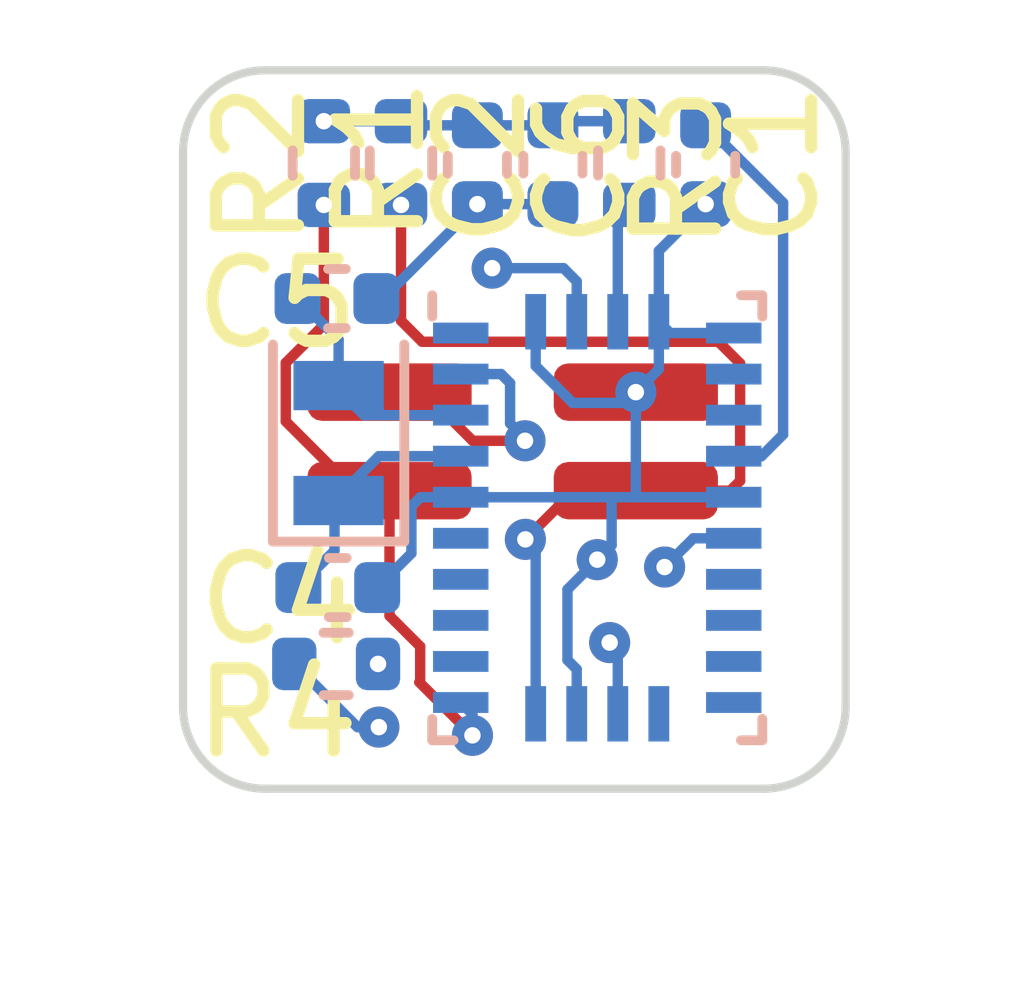
<source format=kicad_pcb>
(kicad_pcb (version 20221018) (generator pcbnew)
  (layers (0 "F.Cu" mixed) (1 "In1.Cu" power) (2 "In2.Cu" jumper) (31 "B.Cu" power) (34 "B.Paste" user) (35 "F.Paste" user) (36 "B.SilkS" user "B.Silkscreen") (37 "F.SilkS" user "F.Silkscreen") (38 "B.Mask" user) (39 "F.Mask" user) (44 "Edge.Cuts" user))
  (net 0 "")
  (net 12 "GND")
  (net 13 "Net-(U1-CAP)")
  (net 14 "+3V3")
  (net 15 "INT")
  (net 16 "SCL")
  (net 17 "SDA")
  (net 18 "Net-(U1-BOOTN)")
  (net 19 "Net-(U1-NRST)")
  (net 20 "Net-(U1-CLKSEL1{slash}XOUT32)")
  (net 21 "Net-(U1-XIN32)")
  (footprint "Library:WireToBoard2x2Wide" (layer "F.Cu") (at 98.26 109.54)
    (fp_text reference "J1" hide)
    (fp_text value "Conn_01x04_Pin")
    (pad "1" smd roundrect (at -1.5 -0.6) (size 2 0.7) (layers "F.Cu" "F.Paste" "F.Mask") (net 14 "+3V3"))
    (pad "2" smd roundrect (at -1.5 0.6) (size 2 0.7) (layers "F.Cu" "F.Paste" "F.Mask") (net 17 "SDA"))
    (pad "3" smd roundrect (at 1.5 0.6) (size 2 0.7) (layers "F.Cu" "F.Paste" "F.Mask") (net 16 "SCL"))
    (pad "4" smd roundrect (at 1.5 -0.6) (size 2 0.7) (layers "F.Cu" "F.Paste" "F.Mask") (net 12 "GND"))
  )
  (footprint "Resistor_SMD:R_0402_1005Metric" (layer "B.Cu") (at 99.68 106.15 90)
    (fp_text reference "R3" (at -0.06 0.59 -270) (layer "F.SilkS"))
    (fp_text value "10k")
    (fp_line (start -0.153641 -0.38) (end 0.153641 -0.38) (stroke (width 0.12)) (layer "B.SilkS"))
    (fp_line (start -0.153641 0.38) (end 0.153641 0.38) (stroke (width 0.12)) (layer "B.SilkS"))
    (pad "1" smd roundrect (at -0.51 0 90) (size 0.54 0.64) (layers "B.Cu" "B.Paste" "B.Mask") (net 18 "Net-(U1-BOOTN)"))
    (pad "2" smd roundrect (at 0.51 0 90) (size 0.54 0.64) (layers "B.Cu" "B.Paste" "B.Mask") (net 14 "+3V3"))
  )
  (footprint "Capacitor_SMD:C_0402_1005Metric" (layer "B.Cu") (at 97.83 106.17 90)
    (fp_text reference "C2" (at 0 0.04 -270) (layer "F.SilkS"))
    (fp_text value "100n")
    (fp_line (start -0.107836 -0.36) (end 0.107836 -0.36) (stroke (width 0.12)) (layer "B.SilkS"))
    (fp_line (start -0.107836 0.36) (end 0.107836 0.36) (stroke (width 0.12)) (layer "B.SilkS"))
    (pad "1" smd roundrect (at -0.48 0 90) (size 0.56 0.62) (layers "B.Cu" "B.Paste" "B.Mask") (net 12 "GND"))
    (pad "2" smd roundrect (at 0.48 0 90) (size 0.56 0.62) (layers "B.Cu" "B.Paste" "B.Mask") (net 14 "+3V3"))
  )
  (footprint "Resistor_SMD:R_0402_1005Metric" (layer "B.Cu") (at 95.96 106.15 -90)
    (fp_text reference "R2" (at 0.02 0.77 -270) (layer "F.SilkS"))
    (fp_text value "2k2")
    (fp_line (start -0.153641 -0.38) (end 0.153641 -0.38) (stroke (width 0.12)) (layer "B.SilkS"))
    (fp_line (start -0.153641 0.38) (end 0.153641 0.38) (stroke (width 0.12)) (layer "B.SilkS"))
    (pad "1" smd roundrect (at -0.51 0 270) (size 0.54 0.64) (layers "B.Cu" "B.Paste" "B.Mask") (net 14 "+3V3"))
    (pad "2" smd roundrect (at 0.51 0 270) (size 0.54 0.64) (layers "B.Cu" "B.Paste" "B.Mask") (net 17 "SDA"))
  )
  (footprint "Package_LGA:LGA-28_5.2x3.8mm_P0.5mm" (layer "B.Cu") (at 99.29 110.47 -90)
    (fp_text reference "U1" hide)
    (fp_text value "~")
    (fp_line (start -2.71 -2.01) (end -2.71 -1.75) (stroke (width 0.12)) (layer "B.SilkS"))
    (fp_line (start -2.71 -2.01) (end -2.45 -2.01) (stroke (width 0.12)) (layer "B.SilkS"))
    (fp_line (start -2.71 2.01) (end -2.45 2.01) (stroke (width 0.12)) (layer "B.SilkS"))
    (fp_line (start 2.71 -2.01) (end 2.45 -2.01) (stroke (width 0.12)) (layer "B.SilkS"))
    (fp_line (start 2.71 -2.01) (end 2.71 -1.75) (stroke (width 0.12)) (layer "B.SilkS"))
    (fp_line (start 2.71 2.01) (end 2.45 2.01) (stroke (width 0.12)) (layer "B.SilkS"))
    (fp_line (start 2.71 2.01) (end 2.71 1.75) (stroke (width 0.12)) (layer "B.SilkS"))
    (pad "1" smd rect (at -2.25 1.6625 270) (size 0.254 0.675) (layers "B.Cu" "B.Paste" "B.Mask"))
    (pad "2" smd rect (at -2.3875 0.75 180) (size 0.254 0.675) (layers "B.Cu" "B.Paste" "B.Mask") (net 12 "GND"))
    (pad "3" smd rect (at -2.3875 0.25 180) (size 0.254 0.675) (layers "B.Cu" "B.Paste" "B.Mask") (net 14 "+3V3"))
    (pad "4" smd rect (at -2.3875 -0.25 180) (size 0.254 0.675) (layers "B.Cu" "B.Paste" "B.Mask") (net 18 "Net-(U1-BOOTN)"))
    (pad "5" smd rect (at -2.3875 -0.75 180) (size 0.254 0.675) (layers "B.Cu" "B.Paste" "B.Mask") (net 12 "GND"))
    (pad "6" smd rect (at -2.25 -1.6625 270) (size 0.254 0.675) (layers "B.Cu" "B.Paste" "B.Mask") (net 12 "GND"))
    (pad "7" smd rect (at -1.75 -1.6625 270) (size 0.254 0.675) (layers "B.Cu" "B.Paste" "B.Mask"))
    (pad "8" smd rect (at -1.25 -1.6625 270) (size 0.254 0.675) (layers "B.Cu" "B.Paste" "B.Mask"))
    (pad "9" smd rect (at -0.75 -1.6625 270) (size 0.254 0.675) (layers "B.Cu" "B.Paste" "B.Mask") (net 13 "Net-(U1-CAP)"))
    (pad "10" smd rect (at -0.25 -1.6625 270) (size 0.254 0.675) (layers "B.Cu" "B.Paste" "B.Mask") (net 12 "GND"))
    (pad "11" smd rect (at 0.25 -1.6625 270) (size 0.254 0.675) (layers "B.Cu" "B.Paste" "B.Mask") (net 19 "Net-(U1-NRST)"))
    (pad "12" smd rect (at 0.75 -1.6625 270) (size 0.254 0.675) (layers "B.Cu" "B.Paste" "B.Mask"))
    (pad "13" smd rect (at 1.25 -1.6625 270) (size 0.254 0.675) (layers "B.Cu" "B.Paste" "B.Mask"))
    (pad "14" smd rect (at 1.75 -1.6625 270) (size 0.254 0.675) (layers "B.Cu" "B.Paste" "B.Mask") (net 15 "INT"))
    (pad "15" smd rect (at 2.25 -1.6625 270) (size 0.254 0.675) (layers "B.Cu" "B.Paste" "B.Mask"))
    (pad "16" smd rect (at 2.3875 -0.75 180) (size 0.254 0.675) (layers "B.Cu" "B.Paste" "B.Mask"))
    (pad "17" smd rect (at 2.3875 -0.25 180) (size 0.254 0.675) (layers "B.Cu" "B.Paste" "B.Mask") (net 14 "+3V3"))
    (pad "18" smd rect (at 2.3875 0.25 180) (size 0.254 0.675) (layers "B.Cu" "B.Paste" "B.Mask") (net 12 "GND"))
    (pad "19" smd rect (at 2.3875 0.75 180) (size 0.254 0.675) (layers "B.Cu" "B.Paste" "B.Mask") (net 16 "SCL"))
    (pad "20" smd rect (at 2.25 1.6625 270) (size 0.254 0.675) (layers "B.Cu" "B.Paste" "B.Mask") (net 17 "SDA"))
    (pad "21" smd rect (at 1.75 1.6625 270) (size 0.254 0.675) (layers "B.Cu" "B.Paste" "B.Mask"))
    (pad "22" smd rect (at 1.25 1.6625 270) (size 0.254 0.675) (layers "B.Cu" "B.Paste" "B.Mask"))
    (pad "23" smd rect (at 0.75 1.6625 270) (size 0.254 0.675) (layers "B.Cu" "B.Paste" "B.Mask"))
    (pad "24" smd rect (at 0.25 1.6625 270) (size 0.254 0.675) (layers "B.Cu" "B.Paste" "B.Mask"))
    (pad "25" smd rect (at -0.25 1.6625 270) (size 0.254 0.675) (layers "B.Cu" "B.Paste" "B.Mask") (net 12 "GND"))
    (pad "26" smd rect (at -0.75 1.6625 270) (size 0.254 0.675) (layers "B.Cu" "B.Paste" "B.Mask") (net 20 "Net-(U1-CLKSEL1{slash}XOUT32)"))
    (pad "27" smd rect (at -1.25 1.6625 270) (size 0.254 0.675) (layers "B.Cu" "B.Paste" "B.Mask") (net 21 "Net-(U1-XIN32)"))
    (pad "28" smd rect (at -1.75 1.6625 270) (size 0.254 0.675) (layers "B.Cu" "B.Paste" "B.Mask") (net 14 "+3V3"))
  )
  (footprint "Capacitor_SMD:C_0402_1005Metric" (layer "B.Cu") (at 96.13 111.32)
    (fp_text reference "C4" (at -0.7 0.15) (layer "F.SilkS"))
    (fp_text value "22p")
    (fp_line (start -0.107836 -0.36) (end 0.107836 -0.36) (stroke (width 0.12)) (layer "B.SilkS"))
    (fp_line (start -0.107836 0.36) (end 0.107836 0.36) (stroke (width 0.12)) (layer "B.SilkS"))
    (pad "1" smd roundrect (at -0.48 0) (size 0.56 0.62) (layers "B.Cu" "B.Paste" "B.Mask") (net 20 "Net-(U1-CLKSEL1{slash}XOUT32)"))
    (pad "2" smd roundrect (at 0.48 0) (size 0.56 0.62) (layers "B.Cu" "B.Paste" "B.Mask") (net 12 "GND"))
  )
  (footprint "Capacitor_SMD:C_0402_1005Metric" (layer "B.Cu") (at 98.75 106.17 -90)
    (fp_text reference "C6" (at 0.01 -0.34 -270) (layer "F.SilkS"))
    (fp_text value "100n")
    (fp_line (start -0.107836 -0.36) (end 0.107836 -0.36) (stroke (width 0.12)) (layer "B.SilkS"))
    (fp_line (start -0.107836 0.36) (end 0.107836 0.36) (stroke (width 0.12)) (layer "B.SilkS"))
    (pad "1" smd roundrect (at -0.48 0 270) (size 0.56 0.62) (layers "B.Cu" "B.Paste" "B.Mask") (net 14 "+3V3"))
    (pad "2" smd roundrect (at 0.48 0 270) (size 0.56 0.62) (layers "B.Cu" "B.Paste" "B.Mask") (net 12 "GND"))
  )
  (footprint "Resistor_SMD:R_0402_1005Metric" (layer "B.Cu") (at 96.11 112.25 180)
    (fp_text reference "R4" (at 0.72 -0.6 180) (layer "F.SilkS"))
    (fp_text value "10k")
    (fp_line (start -0.153641 -0.38) (end 0.153641 -0.38) (stroke (width 0.12)) (layer "B.SilkS"))
    (fp_line (start -0.153641 0.38) (end 0.153641 0.38) (stroke (width 0.12)) (layer "B.SilkS"))
    (pad "1" smd roundrect (at -0.51 0 180) (size 0.54 0.64) (layers "B.Cu" "B.Paste" "B.Mask") (net 14 "+3V3"))
    (pad "2" smd roundrect (at 0.51 0 180) (size 0.54 0.64) (layers "B.Cu" "B.Paste" "B.Mask") (net 19 "Net-(U1-NRST)"))
  )
  (footprint "Resistor_SMD:R_0402_1005Metric" (layer "B.Cu") (at 96.9 106.15 -90)
    (fp_text reference "R1" (at -0.03 0.26 -270) (layer "F.SilkS"))
    (fp_text value "2k2")
    (fp_line (start -0.153641 -0.38) (end 0.153641 -0.38) (stroke (width 0.12)) (layer "B.SilkS"))
    (fp_line (start -0.153641 0.38) (end 0.153641 0.38) (stroke (width 0.12)) (layer "B.SilkS"))
    (pad "1" smd roundrect (at -0.51 0 270) (size 0.54 0.64) (layers "B.Cu" "B.Paste" "B.Mask") (net 14 "+3V3"))
    (pad "2" smd roundrect (at 0.51 0 270) (size 0.54 0.64) (layers "B.Cu" "B.Paste" "B.Mask") (net 16 "SCL"))
  )
  (footprint "Crystal:Crystal_SMD_2012-2Pin_2.0x1.2mm" (layer "B.Cu") (at 96.14 109.56 90)
    (fp_text reference "Y1" hide)
    (fp_text value "32.768kHz")
    (fp_line (start -1.2 -0.8) (end 1.2 -0.8) (stroke (width 0.12)) (layer "B.SilkS"))
    (fp_line (start -1.2 0.8) (end -1.2 -0.8) (stroke (width 0.12)) (layer "B.SilkS"))
    (fp_line (start 1.2 0.8) (end -1.2 0.8) (stroke (width 0.12)) (layer "B.SilkS"))
    (pad "1" smd rect (at -0.7 0 90) (size 0.6 1.1) (layers "B.Cu" "B.Paste" "B.Mask") (net 20 "Net-(U1-CLKSEL1{slash}XOUT32)"))
    (pad "2" smd rect (at 0.7 0 90) (size 0.6 1.1) (layers "B.Cu" "B.Paste" "B.Mask") (net 21 "Net-(U1-XIN32)"))
  )
  (footprint "Capacitor_SMD:C_0402_1005Metric" (layer "B.Cu") (at 96.12 107.8)
    (fp_text reference "C5" (at -0.73 0.06 -360) (layer "F.SilkS"))
    (fp_text value "22p")
    (fp_line (start -0.107836 -0.36) (end 0.107836 -0.36) (stroke (width 0.12)) (layer "B.SilkS"))
    (fp_line (start -0.107836 0.36) (end 0.107836 0.36) (stroke (width 0.12)) (layer "B.SilkS"))
    (pad "1" smd roundrect (at -0.48 0) (size 0.56 0.62) (layers "B.Cu" "B.Paste" "B.Mask") (net 21 "Net-(U1-XIN32)"))
    (pad "2" smd roundrect (at 0.48 0) (size 0.56 0.62) (layers "B.Cu" "B.Paste" "B.Mask") (net 12 "GND"))
  )
  (footprint "Capacitor_SMD:C_0402_1005Metric" (layer "B.Cu") (at 100.61 106.17 90)
    (fp_text reference "C1" (at 0 0.83 -270) (layer "F.SilkS"))
    (fp_text value "100n")
    (fp_line (start -0.107836 -0.36) (end 0.107836 -0.36) (stroke (width 0.12)) (layer "B.SilkS"))
    (fp_line (start -0.107836 0.36) (end 0.107836 0.36) (stroke (width 0.12)) (layer "B.SilkS"))
    (pad "1" smd roundrect (at -0.48 0 90) (size 0.56 0.62) (layers "B.Cu" "B.Paste" "B.Mask") (net 12 "GND"))
    (pad "2" smd roundrect (at 0.48 0 90) (size 0.56 0.62) (layers "B.Cu" "B.Paste" "B.Mask") (net 13 "Net-(U1-CAP)"))
  )
  (gr_arc (start 101.315 105.02) (mid 102.022106 105.312893) (end 102.315 106.02) (stroke (width 0.1)) (layer "Edge.Cuts"))
  (gr_arc (start 94.245 106.02) (mid 94.537893 105.312894) (end 95.245 105.02) (stroke (width 0.1)) (layer "Edge.Cuts"))
  (gr_line (start 95.245 105.02) (end 101.315 105.02) (stroke (width 0.1)) (layer "Edge.Cuts"))
  (gr_arc (start 102.315 112.77) (mid 102.022107 113.477106) (end 101.315 113.77) (stroke (width 0.1)) (layer "Edge.Cuts"))
  (gr_line (start 102.315 106.02) (end 102.315 112.77) (stroke (width 0.1)) (layer "Edge.Cuts"))
  (gr_line (start 94.245 112.77) (end 94.245 106.02) (stroke (width 0.1)) (layer "Edge.Cuts"))
  (gr_line (start 95.245 113.77) (end 101.315 113.77) (stroke (width 0.1)) (layer "Edge.Cuts"))
  (gr_arc (start 95.245 113.77) (mid 94.537894 113.477107) (end 94.245 112.77) (stroke (width 0.1)) (layer "Edge.Cuts"))
  (via (at 100.61 106.65) (size 0.5) (drill 0.2) (layers "F.Cu" "B.Cu") (net 12))
  (via (at 97.83 106.65) (size 0.5) (drill 0.2) (layers "F.Cu" "B.Cu") (net 12))
  (via (at 99.29 110.98) (size 0.5) (drill 0.2) (layers "F.Cu" "B.Cu") (net 12))
  (via (at 99.76 108.94) (size 0.5) (drill 0.2) (layers "F.Cu" "B.Cu") (net 12))
  (segment (start 97.6275 110.22) (end 99.465 110.22) (width 0.127) (layer "B.Cu") (net 12))
  (segment (start 99.465 110.22) (end 99.75 110.22) (width 0.127) (layer "B.Cu") (net 12))
  (segment (start 98.927474 112.202715) (end 99.04 112.315241) (width 0.127) (layer "B.Cu") (net 12))
  (segment (start 97.136 110.22) (end 97.0265 110.3295) (width 0.127) (layer "B.Cu") (net 12))
  (segment (start 97.6275 110.22) (end 97.136 110.22) (width 0.127) (layer "B.Cu") (net 12))
  (segment (start 96.68 107.8) (end 97.83 106.65) (width 0.127) (layer "B.Cu") (net 12))
  (segment (start 99.04 112.315241) (end 99.04 112.8575) (width 0.127) (layer "B.Cu") (net 12))
  (segment (start 100.04 108.0825) (end 100.04 107.22) (width 0.127) (layer "B.Cu") (net 12))
  (segment (start 99.465 110.805) (end 99.465 110.22) (width 0.127) (layer "B.Cu") (net 12))
  (segment (start 99.29 110.98) (end 99.465 110.805) (width 0.127) (layer "B.Cu") (net 12))
  (segment (start 99.629 109.071) (end 98.991 109.071) (width 0.127) (layer "B.Cu") (net 12))
  (segment (start 100.9525 108.22) (end 100.1775 108.22) (width 0.127) (layer "B.Cu") (net 12))
  (segment (start 100.04 107.22) (end 100.61 106.65) (width 0.127) (layer "B.Cu") (net 12))
  (segment (start 99.76 110.21) (end 99.75 110.22) (width 0.127) (layer "B.Cu") (net 12))
  (segment (start 98.927474 111.342526) (end 98.927474 112.202715) (width 0.127) (layer "B.Cu") (net 12))
  (segment (start 98.54 108.62) (end 98.54 108.0825) (width 0.127) (layer "B.Cu") (net 12))
  (segment (start 100.1775 108.22) (end 100.04 108.0825) (width 0.127) (layer "B.Cu") (net 12))
  (segment (start 99.76 108.94) (end 99.76 110.21) (width 0.127) (layer "B.Cu") (net 12))
  (segment (start 97.83 106.65) (end 98.713 106.65) (width 0.127) (layer "B.Cu") (net 12))
  (segment (start 99.76 108.94) (end 99.629 109.071) (width 0.127) (layer "B.Cu") (net 12))
  (segment (start 97.0265 110.9035) (end 96.61 111.32) (width 0.127) (layer "B.Cu") (net 12))
  (segment (start 98.991 109.071) (end 98.54 108.62) (width 0.127) (layer "B.Cu") (net 12))
  (segment (start 99.76 108.94) (end 100.04 108.66) (width 0.127) (layer "B.Cu") (net 12))
  (segment (start 100.04 108.66) (end 100.04 108.0825) (width 0.127) (layer "B.Cu") (net 12))
  (segment (start 99.75 110.22) (end 100.9525 110.22) (width 0.127) (layer "B.Cu") (net 12))
  (segment (start 99.29 110.98) (end 98.927474 111.342526) (width 0.127) (layer "B.Cu") (net 12))
  (segment (start 96.6 107.8) (end 96.68 107.8) (width 0.127) (layer "B.Cu") (net 12))
  (segment (start 97.0265 110.3295) (end 97.0265 110.9035) (width 0.127) (layer "B.Cu") (net 12))
  (segment (start 100.9525 109.72) (end 101.29 109.72) (width 0.127) (layer "B.Cu") (net 13))
  (segment (start 101.29 109.72) (end 101.5535 109.4565) (width 0.127) (layer "B.Cu") (net 13))
  (segment (start 101.5535 106.6335) (end 100.61 105.69) (width 0.127) (layer "B.Cu") (net 13))
  (segment (start 101.5535 109.4565) (end 101.5535 106.6335) (width 0.127) (layer "B.Cu") (net 13))
  (segment (start 97.772336 109.532203) (end 97.180133 108.94) (width 0.127) (layer "F.Cu") (net 14))
  (segment (start 97.180133 108.94) (end 96.76 108.94) (width 0.127) (layer "F.Cu") (net 14))
  (segment (start 98.410371 109.532203) (end 97.772336 109.532203) (width 0.127) (layer "F.Cu") (net 14))
  (via (at 99.440974 111.990016) (size 0.5) (drill 0.2) (layers "F.Cu" "B.Cu") (net 14))
  (via (at 95.96 105.64) (size 0.5) (drill 0.2) (layers "F.Cu" "B.Cu") (net 14))
  (via (at 98.01 107.43) (size 0.5) (drill 0.2) (layers "F.Cu" "B.Cu") (net 14))
  (via (at 98.410371 109.532203) (size 0.5) (drill 0.2) (layers "F.Cu" "B.Cu") (net 14))
  (via (at 96.62 112.25) (size 0.5) (drill 0.2) (layers "F.Cu" "B.Cu") (net 14))
  (segment (start 98.119 108.72) (end 97.6275 108.72) (width 0.127) (layer "B.Cu") (net 14))
  (segment (start 97.83 105.69) (end 98.75 105.69) (width 0.127) (layer "B.Cu") (net 14))
  (segment (start 98.8 105.64) (end 98.75 105.69) (width 0.127) (layer "B.Cu") (net 14))
  (segment (start 98.2285 108.8295) (end 98.119 108.72) (width 0.127) (layer "B.Cu") (net 14))
  (segment (start 99.54 112.8575) (end 99.54 112.089042) (width 0.127) (layer "B.Cu") (net 14))
  (segment (start 99.54 112.8575) (end 99.5535 112.844) (width 0.127) (layer "B.Cu") (net 14))
  (segment (start 98.410371 109.532203) (end 98.410371 109.502871) (width 0.127) (layer "B.Cu") (net 14))
  (segment (start 95.96 105.64) (end 96.9 105.64) (width 0.127) (layer "B.Cu") (net 14))
  (segment (start 98.01 107.43) (end 98.879 107.43) (width 0.127) (layer "B.Cu") (net 14))
  (segment (start 99.04 107.591) (end 99.04 108.0825) (width 0.127) (layer "B.Cu") (net 14))
  (segment (start 98.410371 109.502871) (end 98.2285 109.321) (width 0.127) (layer "B.Cu") (net 14))
  (segment (start 96.95 105.69) (end 96.9 105.64) (width 0.127) (layer "B.Cu") (net 14))
  (segment (start 98.879 107.43) (end 99.04 107.591) (width 0.127) (layer "B.Cu") (net 14))
  (segment (start 97.83 105.69) (end 96.95 105.69) (width 0.127) (layer "B.Cu") (net 14))
  (segment (start 99.54 112.089042) (end 99.440974 111.990016) (width 0.127) (layer "B.Cu") (net 14))
  (segment (start 99.68 105.64) (end 98.8 105.64) (width 0.127) (layer "B.Cu") (net 14))
  (segment (start 98.2285 109.321) (end 98.2285 108.8295) (width 0.127) (layer "B.Cu") (net 14))
  (segment (start 97.1565 108.3265) (end 100.766633 108.3265) (width 0.127) (layer "F.Cu") (net 16))
  (segment (start 101.03 110.02) (end 100.91 110.14) (width 0.127) (layer "F.Cu") (net 16))
  (segment (start 98.414502 110.733) (end 98.32 110.638498) (width 0.127) (layer "F.Cu") (net 16))
  (segment (start 100.766633 108.3265) (end 101.03 108.589867) (width 0.127) (layer "F.Cu") (net 16))
  (segment (start 96.9 108.07) (end 97.1565 108.3265) (width 0.127) (layer "F.Cu") (net 16))
  (segment (start 96.9 106.66) (end 96.9 108.07) (width 0.127) (layer "F.Cu") (net 16))
  (segment (start 99.76 110.14) (end 99.007502 110.14) (width 0.127) (layer "F.Cu") (net 16))
  (segment (start 101.03 108.589867) (end 101.03 110.02) (width 0.127) (layer "F.Cu") (net 16))
  (segment (start 100.91 110.14) (end 99.76 110.14) (width 0.127) (layer "F.Cu") (net 16))
  (segment (start 99.007502 110.14) (end 98.414502 110.733) (width 0.127) (layer "F.Cu") (net 16))
  (via (at 96.9 106.66) (size 0.5) (drill 0.2) (layers "F.Cu" "B.Cu") (net 16))
  (via (at 98.414502 110.733) (size 0.5) (drill 0.2) (layers "F.Cu" "B.Cu") (net 16))
  (segment (start 98.54 110.858498) (end 98.54 112.8575) (width 0.127) (layer "B.Cu") (net 16))
  (segment (start 98.414502 110.733) (end 98.54 110.858498) (width 0.127) (layer "B.Cu") (net 16))
  (segment (start 95.4965 109.296633) (end 95.4965 108.583367) (width 0.127) (layer "F.Cu") (net 17))
  (segment (start 95.4965 108.583367) (end 95.96 108.119867) (width 0.127) (layer "F.Cu") (net 17))
  (segment (start 95.96 108.119867) (end 95.96 106.66) (width 0.127) (layer "F.Cu") (net 17))
  (segment (start 96.76 110.14) (end 96.339867 110.14) (width 0.127) (layer "F.Cu") (net 17))
  (segment (start 97.123099 112.473099) (end 97.1335 112.462699) (width 0.127) (layer "F.Cu") (net 17))
  (segment (start 96.76 111.663801) (end 96.832699 111.7365) (width 0.127) (layer "F.Cu") (net 17))
  (segment (start 97.1335 112.037301) (end 96.832699 111.7365) (width 0.127) (layer "F.Cu") (net 17))
  (segment (start 97.77 113.12) (end 97.123099 112.473099) (width 0.127) (layer "F.Cu") (net 17))
  (segment (start 96.339867 110.14) (end 95.4965 109.296633) (width 0.127) (layer "F.Cu") (net 17))
  (segment (start 96.76 110.14) (end 96.76 111.663801) (width 0.127) (layer "F.Cu") (net 17))
  (segment (start 97.1335 112.462699) (end 97.1335 112.037301) (width 0.127) (layer "F.Cu") (net 17))
  (via (at 95.96 106.66) (size 0.5) (drill 0.2) (layers "F.Cu" "B.Cu") (net 17))
  (via (at 97.77 113.12) (size 0.5) (drill 0.2) (layers "F.Cu" "B.Cu") (net 17))
  (segment (start 97.77 112.8625) (end 97.6275 112.72) (width 0.127) (layer "B.Cu") (net 17))
  (segment (start 97.77 113.12) (end 97.77 112.8625) (width 0.127) (layer "B.Cu") (net 17))
  (segment (start 99.54 106.8) (end 99.68 106.66) (width 0.127) (layer "B.Cu") (net 18))
  (segment (start 99.54 108.0825) (end 99.54 106.8) (width 0.127) (layer "B.Cu") (net 18))
  (via (at 96.63 113.0195) (size 0.5) (drill 0.2) (layers "F.Cu" "B.Cu") (net 19))
  (via (at 100.11 111.07) (size 0.5) (drill 0.2) (layers "F.Cu" "B.Cu") (net 19))
  (segment (start 100.461 110.72) (end 100.9525 110.72) (width 0.127) (layer "B.Cu") (net 19))
  (segment (start 100.11 111.07) (end 100.3505 110.8295) (width 0.127) (layer "B.Cu") (net 19))
  (segment (start 100.3515 110.8295) (end 100.461 110.72) (width 0.127) (layer "B.Cu") (net 19))
  (segment (start 95.6 112.25) (end 96.3695 113.0195) (width 0.127) (layer "B.Cu") (net 19))
  (segment (start 100.3505 110.8295) (end 100.3515 110.8295) (width 0.127) (layer "B.Cu") (net 19))
  (segment (start 96.3695 113.0195) (end 96.63 113.0195) (width 0.127) (layer "B.Cu") (net 19))
  (segment (start 96.09 110.87) (end 95.64 111.32) (width 0.127) (layer "B.Cu") (net 20))
  (segment (start 96.09 110.26) (end 96.63 109.72) (width 0.127) (layer "B.Cu") (net 20))
  (segment (start 96.63 109.72) (end 97.6275 109.72) (width 0.127) (layer "B.Cu") (net 20))
  (segment (start 96.09 110.26) (end 96.09 110.87) (width 0.127) (layer "B.Cu") (net 20))
  (segment (start 96.45 109.22) (end 97.6275 109.22) (width 0.127) (layer "B.Cu") (net 21))
  (segment (start 96.14 108.86) (end 96.14 108.3) (width 0.127) (layer "B.Cu") (net 21))
  (segment (start 96.09 108.86) (end 96.45 109.22) (width 0.127) (layer "B.Cu") (net 21))
  (segment (start 96.14 108.3) (end 95.64 107.8) (width 0.127) (layer "B.Cu") (net 21))
)
</source>
